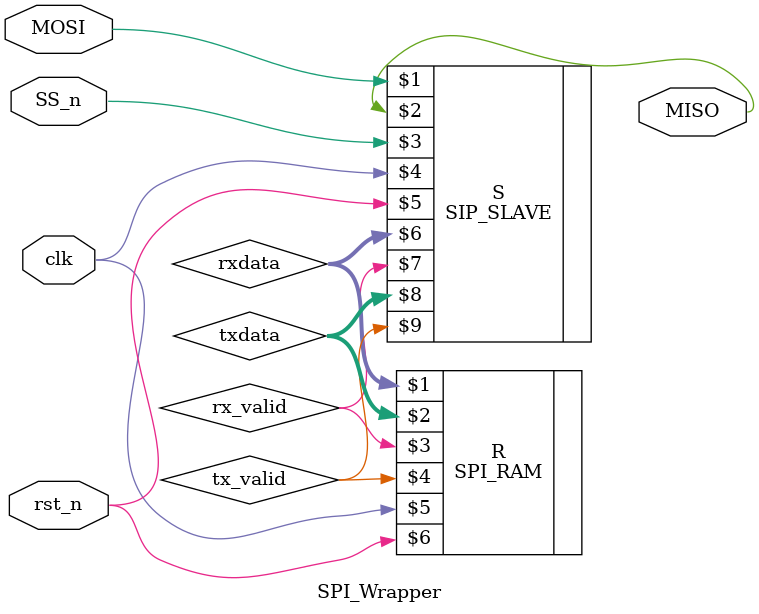
<source format=v>
module SPI_Wrapper(MISO, MOSI,SS_n,rst_n,clk);
input MOSI, SS_n,clk,rst_n;
output MISO;


wire [9:0] rxdata;
wire [7:0] txdata;
wire rx_valid,tx_valid;

//instantiation of spi slave and ram
SPI_RAM #(256,8) R (rxdata, txdata, rx_valid, tx_valid , clk, rst_n);
SIP_SLAVE  S (MOSI,MISO,SS_n,clk,rst_n,rxdata,rx_valid, txdata, tx_valid);
endmodule

</source>
